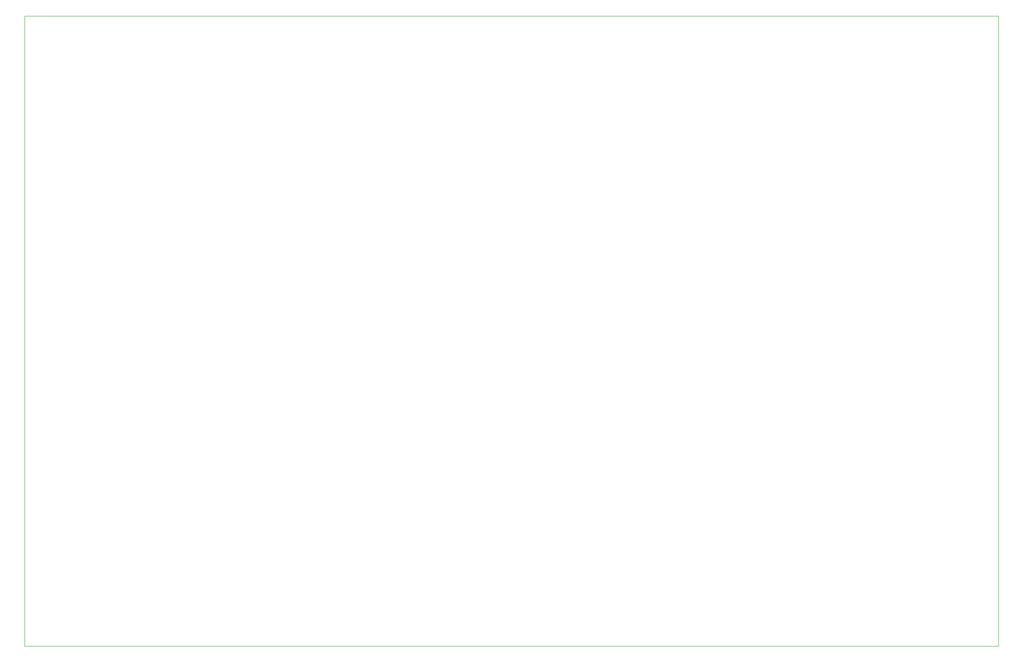
<source format=gbr>
%TF.GenerationSoftware,KiCad,Pcbnew,(6.0.11-0)*%
%TF.CreationDate,2023-06-11T17:05:38-04:00*%
%TF.ProjectId,Mux64,4d757836-342e-46b6-9963-61645f706362,rev?*%
%TF.SameCoordinates,Original*%
%TF.FileFunction,Profile,NP*%
%FSLAX46Y46*%
G04 Gerber Fmt 4.6, Leading zero omitted, Abs format (unit mm)*
G04 Created by KiCad (PCBNEW (6.0.11-0)) date 2023-06-11 17:05:38*
%MOMM*%
%LPD*%
G01*
G04 APERTURE LIST*
%TA.AperFunction,Profile*%
%ADD10C,0.100000*%
%TD*%
G04 APERTURE END LIST*
D10*
X254200000Y-24880000D02*
X52880000Y-24880000D01*
X254200000Y-24880000D02*
X254200000Y-155180000D01*
X254200000Y-155180000D02*
X52880000Y-155180000D01*
X52880000Y-155180000D02*
X52880000Y-24880000D01*
M02*

</source>
